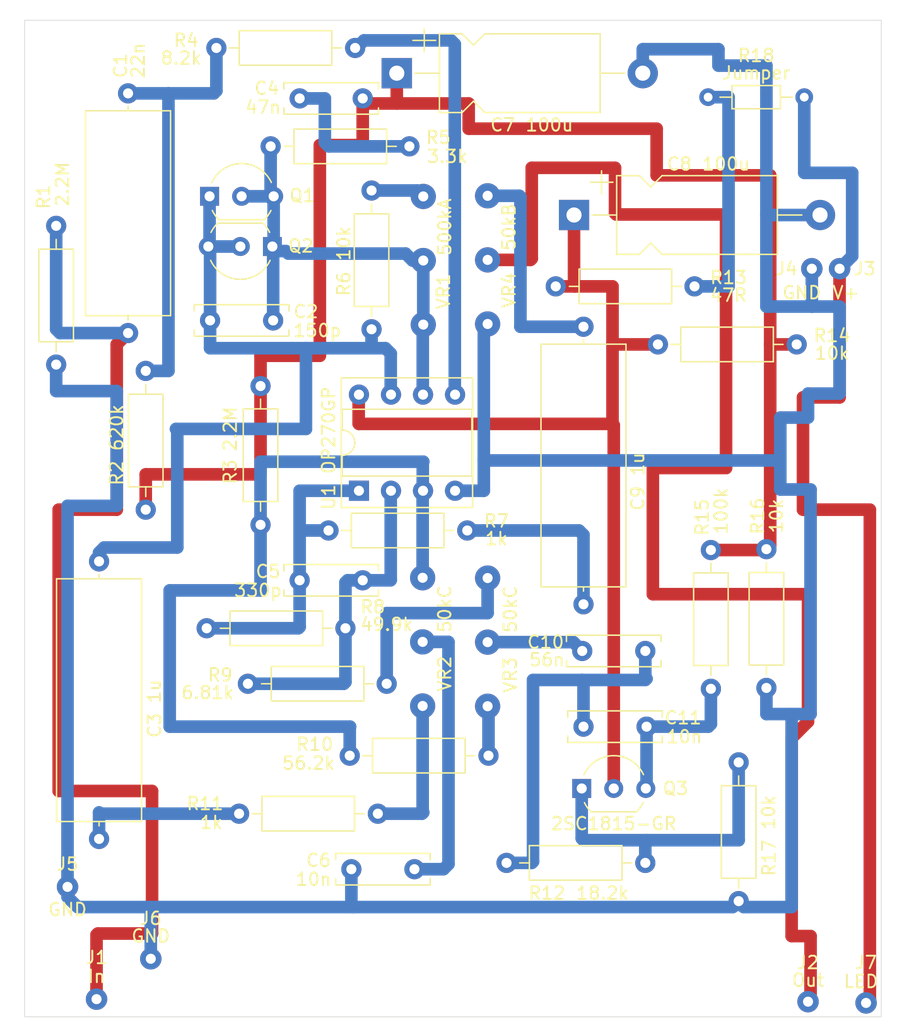
<source format=kicad_pcb>
(kicad_pcb (version 20221018) (generator pcbnew)
  (layers (0 "F.Cu" signal) (31 "B.Cu" signal) (34 "B.Paste" user) (35 "F.Paste" user) (36 "B.SilkS" user "B.Silkscreen") (37 "F.SilkS" user "F.Silkscreen") (38 "B.Mask" user) (39 "F.Mask" user) (44 "Edge.Cuts" user))
  (net 0 "")
  (net 1 "Net-(C1-Pad1)")
  (net 2 "Net-(J1-Pin_1)")
  (net 3 "Net-(Q1-D)")
  (net 4 "Net-(C5-Pad2)")
  (net 5 "+4.5V")
  (net 6 "GND")
  (net 7 "Net-(J3-Pin_1)")
  (net 8 "Net-(C10-Pad1)")
  (net 9 "Net-(Q3-B)")
  (net 10 "Net-(U1A--)")
  (net 11 "+9V")
  (net 12 "Net-(Q3-E)")
  (net 13 "Net-(R9-Pad1)")
  (net 14 "Net-(R10-Pad2)")
  (net 15 "Net-(C9-Pad1)")
  (net 16 "Net-(C9-Pad2)")
  (net 17 "Net-(R13-Pad1)")
  (net 18 "Net-(U1A-+)")
  (net 19 "Net-(Q1-S)")
  (net 20 "Net-(U1B-+)")
  (net 21 "Net-(R6-Pad2)")
  (net 22 "Net-(C4-Pad2)")
  (net 23 "Net-(C10-Pad2)")
  (net 24 "Net-(J2-Pin_1)")
  (net 25 "Net-(C3-Pad1)")
  (net 26 "Net-(C6-Pad2)")
  (net 27 "Net-(R11-Pad2)")
  (footprint "myFoot:my_R_P11mm" (layer "F.Cu") (at 25 13.93 90)
    (fp_text reference "R16" (at 13.63 -0.7 90) (layer "F.SilkS"))
    (fp_text value "10k" (at 13.63 0.8 90) (layer "F.SilkS"))
    (pad "1" thru_hole circle (at 0 0 90) (size 1.6 1.6) (drill 0.8) (layers "*.Cu" "*.Mask") (net 6 "GND"))
    (pad "2" thru_hole oval (at 11 0 90) (size 1.6 1.6) (drill 0.8) (layers "*.Cu" "*.Mask") (net 5 "+4.5V"))
  )
  (footprint "myFoot:my_R_P11mm" (layer "F.Cu") (at -31.3 -11.7 90)
    (fp_text reference "R1" (at 13.3 -1 90) (layer "F.SilkS"))
    (fp_text value "2.2M" (at 14.3 0.5 90) (layer "F.SilkS"))
    (pad "1" thru_hole circle (at 0 0 90) (size 1.6 1.6) (drill 0.8) (layers "*.Cu" "*.Mask") (net 6 "GND"))
    (pad "2" thru_hole oval (at 11 0 90) (size 1.6 1.6) (drill 0.8) (layers "*.Cu" "*.Mask") (net 2 "Net-(J1-Pin_1)"))
  )
  (footprint "myFoot:my_SmallPad_0-8mmDrill" (layer "F.Cu") (at -28.1 38.6)
    (fp_text reference "J1" (at 0 -3.3) (layer "F.SilkS"))
    (fp_text value "In" (at 0 -1.8) (layer "F.SilkS"))
    (pad "1" thru_hole circle (at 0 0) (size 1.7 1.7) (drill 0.8) (layers "*.Cu" "*.Mask") (net 2 "Net-(J1-Pin_1)"))
  )
  (footprint "myFoot:my_C_P19mm" (layer "F.Cu") (at 10.5 -14.7 -90)
    (fp_text reference "C9" (at 13.6 -4.3 90) (layer "F.SilkS"))
    (fp_text value "1u" (at 10.9 -4.3 90) (layer "F.SilkS"))
    (pad "1" thru_hole circle (at 0 0 270) (size 1.6 1.6) (drill 0.8) (layers "*.Cu" "*.Mask") (net 15 "Net-(C9-Pad1)"))
    (pad "2" thru_hole oval (at 22 0 270) (size 1.6 1.6) (drill 0.8) (layers "*.Cu" "*.Mask") (net 16 "Net-(C9-Pad2)"))
  )
  (footprint "myFoot:my_C_Rect1_P5.00mm" (layer "F.Cu") (at -14.1 -15.2 180)
    (fp_text reference "C2" (at -2.6 0.7 unlocked) (layer "F.SilkS"))
    (fp_text value "150p" (at -3.5 -0.8 unlocked) (layer "F.SilkS"))
    (pad "1" thru_hole circle (at 0 0 180) (size 1.6 1.6) (drill 0.8) (layers "*.Cu" "*.Mask") (net 3 "Net-(Q1-D)"))
    (pad "2" thru_hole circle (at 5 0 180) (size 1.6 1.6) (drill 0.8) (layers "*.Cu" "*.Mask") (net 19 "Net-(Q1-S)"))
  )
  (footprint "myFoot:my_R_P11mm" (layer "F.Cu") (at -5.1 13.6 180)
    (fp_text reference "R9" (at 13.2 0.7) (layer "F.SilkS"))
    (fp_text value "6.81k" (at 14.2 -0.7) (layer "F.SilkS"))
    (pad "1" thru_hole circle (at 0 0 180) (size 1.6 1.6) (drill 0.8) (layers "*.Cu" "*.Mask") (net 13 "Net-(R9-Pad1)"))
    (pad "2" thru_hole oval (at 11 0 180) (size 1.6 1.6) (drill 0.8) (layers "*.Cu" "*.Mask") (net 10 "Net-(U1A--)"))
  )
  (footprint "myFoot:my_C_Rect1_P5.00mm" (layer "F.Cu") (at -7 -32.8 180)
    (fp_text reference "C4" (at 7.6 0.8 unlocked) (layer "F.SilkS"))
    (fp_text value "47n" (at 7.9 -0.7 unlocked) (layer "F.SilkS"))
    (pad "1" thru_hole circle (at 0 0 180) (size 1.6 1.6) (drill 0.8) (layers "*.Cu" "*.Mask") (net 5 "+4.5V"))
    (pad "2" thru_hole circle (at 5 0 180) (size 1.6 1.6) (drill 0.8) (layers "*.Cu" "*.Mask") (net 22 "Net-(C4-Pad2)"))
  )
  (footprint "myFoot:my_pot" (layer "F.Cu") (at -2.2 -19.95 -90)
    (fp_text reference "VR1" (at 2.45 -1.6 -270 unlocked) (layer "F.SilkS"))
    (fp_text value "500kA" (at -2.65 -1.7 -270 unlocked) (layer "F.SilkS"))
    (pad "1" thru_hole circle (at -5.08 0 270) (size 1.99898 1.99898) (drill 0.8001) (layers "*.Cu" "*.Mask") (net 21 "Net-(R6-Pad2)"))
    (pad "2" thru_hole circle (at 0 0 270) (size 1.99898 1.99898) (drill 0.8001) (layers "*.Cu" "*.Mask") (net 3 "Net-(Q1-D)"))
    (pad "3" thru_hole circle (at 5.08 0 270) (size 1.99898 1.99898) (drill 0.8001) (layers "*.Cu" "*.Mask") (net 3 "Net-(Q1-D)"))
  )
  (footprint "myFoot:my_C_Rect1_P5.00mm" (layer "F.Cu") (at 15.5 17 180)
    (fp_text reference "C11" (at -2.9 0.7) (layer "F.SilkS"))
    (fp_text value "10n" (at -3 -0.8) (layer "F.SilkS"))
    (pad "1" thru_hole circle (at 0 0 180) (size 1.6 1.6) (drill 0.8) (layers "*.Cu" "*.Mask") (net 9 "Net-(Q3-B)"))
    (pad "2" thru_hole circle (at 5 0 180) (size 1.6 1.6) (drill 0.8) (layers "*.Cu" "*.Mask") (net 8 "Net-(C10-Pad1)"))
  )
  (footprint "myFoot:my_SmallPad_0-8mmDrill" (layer "F.Cu") (at 28.3 38.8)
    (fp_text reference "J2" (at 0 -3.1) (layer "F.SilkS"))
    (fp_text value "Out" (at 0 -1.7) (layer "F.SilkS"))
    (pad "1" thru_hole circle (at 0 0) (size 1.7 1.7) (drill 0.8) (layers "*.Cu" "*.Mask") (net 24 "Net-(J2-Pin_1)"))
  )
  (footprint "myFoot:my_R_P11mm" (layer "F.Cu") (at -8.37 9.2 180)
    (fp_text reference "R8" (at -2.17 1.7) (layer "F.SilkS"))
    (fp_text value "49.9k" (at -3.27 0.3) (layer "F.SilkS"))
    (pad "1" thru_hole circle (at 0 0 180) (size 1.6 1.6) (drill 0.8) (layers "*.Cu" "*.Mask") (net 10 "Net-(U1A--)"))
    (pad "2" thru_hole oval (at 11 0 180) (size 1.6 1.6) (drill 0.8) (layers "*.Cu" "*.Mask") (net 4 "Net-(C5-Pad2)"))
  )
  (footprint "myFoot:my_R_P11mm" (layer "F.Cu") (at 19.3 -17.9 180)
    (fp_text reference "R13" (at -2.7 0.7) (layer "F.SilkS"))
    (fp_text value "47R" (at -2.7 -0.7) (layer "F.SilkS"))
    (pad "1" thru_hole circle (at 0 0 180) (size 1.6 1.6) (drill 0.8) (layers "*.Cu" "*.Mask") (net 17 "Net-(R13-Pad1)"))
    (pad "2" thru_hole oval (at 11 0 180) (size 1.6 1.6) (drill 0.8) (layers "*.Cu" "*.Mask") (net 11 "+9V"))
  )
  (footprint "myFoot:my_R_P11mm" (layer "F.Cu") (at 16.4 -13.3)
    (fp_text reference "R14" (at 13.8 -0.7) (layer "F.SilkS"))
    (fp_text value "10k" (at 13.8 0.7) (layer "F.SilkS"))
    (pad "1" thru_hole circle (at 0 0) (size 1.6 1.6) (drill 0.8) (layers "*.Cu" "*.Mask") (net 11 "+9V"))
    (pad "2" thru_hole oval (at 11 0) (size 1.6 1.6) (drill 0.8) (layers "*.Cu" "*.Mask") (net 5 "+4.5V"))
  )
  (footprint "myFoot:my_C_P19mm" (layer "F.Cu") (at -25.6 -33.2 -90)
    (fp_text reference "C1" (at -2.2 0.6 90) (layer "F.SilkS"))
    (fp_text value "22n" (at -2.6 -0.8 90) (layer "F.SilkS"))
    (pad "1" thru_hole circle (at 0 0 270) (size 1.6 1.6) (drill 0.8) (layers "*.Cu" "*.Mask") (net 1 "Net-(C1-Pad1)"))
    (pad "2" thru_hole oval (at 19 0 270) (size 1.6 1.6) (drill 0.8) (layers "*.Cu" "*.Mask") (net 2 "Net-(J1-Pin_1)"))
  )
  (footprint "Package_TO_SOT_THT:TO-92_Inline_Wide" (layer "F.Cu") (at -14.16 -21.06 180)
    (fp_text reference "Q2" (at -2.26 0.04) (layer "F.SilkS"))
    (fp_text value "2N7000" hide)
    (pad "1" thru_hole rect (at 0 0 180) (size 1.5 1.5) (drill 0.8) (layers "*.Cu" "*.Mask") (net 3 "Net-(Q1-D)"))
    (pad "2" thru_hole circle (at 2.54 0 180) (size 1.5 1.5) (drill 0.8) (layers "*.Cu" "*.Mask") (net 19 "Net-(Q1-S)"))
    (pad "3" thru_hole circle (at 5.08 0 180) (size 1.5 1.5) (drill 0.8) (layers "*.Cu" "*.Mask") (net 19 "Net-(Q1-S)"))
  )
  (footprint "Capacitor_THT:CP_Axial_L11.0mm_D6.0mm_P18.00mm_Horizontal" (layer "F.Cu") (at -4.3 -34.8)
    (fp_text reference "C7" (at 8.4 4.1) (layer "F.SilkS"))
    (fp_text value "100u" (at 12.1 4.1) (layer "F.SilkS"))
    (pad "1" thru_hole rect (at 0 0) (size 2.4 2.4) (drill 1.2) (layers "*.Cu" "*.Mask") (net 5 "+4.5V"))
    (pad "2" thru_hole oval (at 19.5 0) (size 2.4 2.4) (drill 1.2) (layers "*.Cu" "*.Mask") (net 6 "GND"))
  )
  (footprint "myFoot:my_SmallPad_0-8mmDrill" (layer "F.Cu") (at 30.8 -19.3)
    (fp_text reference "J3" (at 2 0) (layer "F.SilkS"))
    (fp_text value "V+" (at 0.5 1.9) (layer "F.SilkS"))
    (pad "1" thru_hole circle (at 0 0) (size 1.7 1.7) (drill 0.8) (layers "*.Cu" "*.Mask") (net 7 "Net-(J3-Pin_1)"))
  )
  (footprint "myFoot:my_R_P11mm" (layer "F.Cu") (at -24.2 -0.2 90)
    (fp_text reference "R2" (at 2.9 -2.3 90) (layer "F.SilkS"))
    (fp_text value "620k" (at 6.5 -2.3 90) (layer "F.SilkS"))
    (pad "1" thru_hole circle (at 0 0 90) (size 1.6 1.6) (drill 0.8) (layers "*.Cu" "*.Mask") (net 5 "+4.5V"))
    (pad "2" thru_hole oval (at 11 0 90) (size 1.6 1.6) (drill 0.8) (layers "*.Cu" "*.Mask") (net 1 "Net-(C1-Pad1)"))
  )
  (footprint "Package_DIP:DIP-8_W7.62mm_Socket" (layer "F.Cu") (at -7.3 -1.7 90)
    (fp_text reference "U1" (at -0.5 -2.4 90) (layer "F.SilkS"))
    (fp_text value "OP270GP" (at 4.8 -2.4 90) (layer "F.SilkS"))
    (pad "1" thru_hole rect (at 0 0 90) (size 1.6 1.6) (drill 0.8) (layers "*.Cu" "*.Mask") (net 4 "Net-(C5-Pad2)"))
    (pad "2" thru_hole oval (at 0 2.54 90) (size 1.6 1.6) (drill 0.8) (layers "*.Cu" "*.Mask") (net 10 "Net-(U1A--)"))
    (pad "3" thru_hole oval (at 0 5.08 90) (size 1.6 1.6) (drill 0.8) (layers "*.Cu" "*.Mask") (net 18 "Net-(U1A-+)"))
    (pad "4" thru_hole oval (at 0 7.62 90) (size 1.6 1.6) (drill 0.8) (layers "*.Cu" "*.Mask") (net 6 "GND"))
    (pad "5" thru_hole oval (at 7.62 7.62 90) (size 1.6 1.6) (drill 0.8) (layers "*.Cu" "*.Mask") (net 20 "Net-(U1B-+)"))
    (pad "6" thru_hole oval (at 7.62 5.08 90) (size 1.6 1.6) (drill 0.8) (layers "*.Cu" "*.Mask") (net 3 "Net-(Q1-D)"))
    (pad "7" thru_hole oval (at 7.62 2.54 90) (size 1.6 1.6) (drill 0.8) (layers "*.Cu" "*.Mask") (net 19 "Net-(Q1-S)"))
    (pad "8" thru_hole oval (at 7.62 0 90) (size 1.6 1.6) (drill 0.8) (layers "*.Cu" "*.Mask") (net 11 "+9V"))
  )
  (footprint "myFoot:my_pot" (layer "F.Cu") (at -2.25 10.28 -90)
    (fp_text reference "VR2" (at 2.52 -1.75 -270 unlocked) (layer "F.SilkS"))
    (fp_text value "50kC" (at -2.6 -1.75 -270 unlocked) (layer "F.SilkS"))
    (pad "1" thru_hole circle (at -5.08 0 270) (size 1.99898 1.99898) (drill 0.8001) (layers "*.Cu" "*.Mask") (net 18 "Net-(U1A-+)"))
    (pad "2" thru_hole circle (at 0 0 270) (size 1.99898 1.99898) (drill 0.8001) (layers "*.Cu" "*.Mask") (net 26 "Net-(C6-Pad2)"))
    (pad "3" thru_hole circle (at 5.08 0 270) (size 1.99898 1.99898) (drill 0.8001) (layers "*.Cu" "*.Mask") (net 27 "Net-(R11-Pad2)"))
  )
  (footprint "Package_TO_SOT_THT:TO-92_Inline_Wide" (layer "F.Cu") (at 10.36 21.9)
    (fp_text reference "Q3" (at 7.44 0) (layer "F.SilkS"))
    (fp_text value "2SC1815-GR" (at 2.54 2.79) (layer "F.SilkS"))
    (pad "1" thru_hole rect (at 0 0) (size 1.5 1.5) (drill 0.8) (layers "*.Cu" "*.Mask") (net 12 "Net-(Q3-E)"))
    (pad "2" thru_hole circle (at 2.54 0) (size 1.5 1.5) (drill 0.8) (layers "*.Cu" "*.Mask") (net 11 "+9V"))
    (pad "3" thru_hole circle (at 5.08 0) (size 1.5 1.5) (drill 0.8) (layers "*.Cu" "*.Mask") (net 9 "Net-(Q3-B)"))
  )
  (footprint "myFoot:my_R_P11mm" (layer "F.Cu") (at 22.8 30.83 90)
    (fp_text reference "R17" (at 3.43 2.4 90) (layer "F.SilkS"))
    (fp_text value "10k" (at 7.03 2.37 90) (layer "F.SilkS"))
    (pad "1" thru_hole circle (at 0 0 90) (size 1.6 1.6) (drill 0.8) (layers "*.Cu" "*.Mask") (net 6 "GND"))
    (pad "2" thru_hole oval (at 11 0 90) (size 1.6 1.6) (drill 0.8) (layers "*.Cu" "*.Mask") (net 12 "Net-(Q3-E)"))
  )
  (footprint "myFoot:my_R_P11mm" (layer "F.Cu") (at -8.03 19.3)
    (fp_text reference "R10" (at -2.77 -0.9) (layer "F.SilkS"))
    (fp_text value "56.2k" (at -3.27 0.6) (layer "F.SilkS"))
    (pad "1" thru_hole circle (at 0 0) (size 1.6 1.6) (drill 0.8) (layers "*.Cu" "*.Mask") (net 18 "Net-(U1A-+)"))
    (pad "2" thru_hole oval (at 11 0) (size 1.6 1.6) (drill 0.8) (layers "*.Cu" "*.Mask") (net 14 "Net-(R10-Pad2)"))
  )
  (footprint "Package_TO_SOT_THT:TO-92_Inline_Wide" (layer "F.Cu") (at -19.14 -25.04)
    (fp_text reference "Q1" (at 7.34 -0.06) (layer "F.SilkS"))
    (fp_text value "2N7000" hide)
    (pad "1" thru_hole rect (at 0 0) (size 1.5 1.5) (drill 0.8) (layers "*.Cu" "*.Mask") (net 19 "Net-(Q1-S)"))
    (pad "2" thru_hole circle (at 2.54 0) (size 1.5 1.5) (drill 0.8) (layers "*.Cu" "*.Mask") (net 3 "Net-(Q1-D)"))
    (pad "3" thru_hole circle (at 5.08 0) (size 1.5 1.5) (drill 0.8) (layers "*.Cu" "*.Mask") (net 3 "Net-(Q1-D)"))
  )
  (footprint "myFoot:my_R_P11mm" (layer "F.Cu") (at -15.1 -10 -90)
    (fp_text reference "R3" (at 6.8 2.4 90) (layer "F.SilkS"))
    (fp_text value "2.2M" (at 3.4 2.4 90) (layer "F.SilkS"))
    (pad "1" thru_hole circle (at 0 0 270) (size 1.6 1.6) (drill 0.8) (layers "*.Cu" "*.Mask") (net 5 "+4.5V"))
    (pad "2" thru_hole oval (at 11 0 270) (size 1.6 1.6) (drill 0.8) (layers "*.Cu" "*.Mask") (net 18 "Net-(U1A-+)"))
  )
  (footprint "myFoot:my_C_Rect1_P5.00mm" (layer "F.Cu") (at -7.9 28.3)
    (fp_text reference "C6" (at -2.6 -0.7) (layer "F.SilkS"))
    (fp_text value "10n" (at -3 0.8) (layer "F.SilkS"))
    (pad "1" thru_hole circle (at 0 0) (size 1.6 1.6) (drill 0.8) (layers "*.Cu" "*.Mask") (net 6 "GND"))
    (pad "2" thru_hole circle (at 5 0) (size 1.6 1.6) (drill 0.8) (layers "*.Cu" "*.Mask") (net 26 "Net-(C6-Pad2)"))
  )
  (footprint "Resistor_THT:R_Axial_DIN0204_L3.6mm_D1.6mm_P7.62mm_Horizontal" (layer "F.Cu") (at 28 -32.9 180)
    (fp_text reference "R18" (at 3.81 3.3) (layer "F.SilkS"))
    (fp_text value "Jumper" (at 3.81 1.92) (layer "F.SilkS"))
    (pad "1" thru_hole circle (at 0 0 180) (size 1.4 1.4) (drill 0.7) (layers "*.Cu" "*.Mask") (net 7 "Net-(J3-Pin_1)"))
    (pad "2" thru_hole oval (at 7.62 0 180) (size 1.4 1.4) (drill 0.7) (layers "*.Cu" "*.Mask") (net 17 "Net-(R13-Pad1)"))
  )
  (footprint "Capacitor_THT:CP_Axial_L11.0mm_D6.0mm_P18.00mm_Horizontal" (layer "F.Cu") (at 9.75 -23.5575)
    (fp_text reference "C8" (at 8.35 -4.0425) (layer "F.SilkS"))
    (fp_text value "100u" (at 12.05 -4.0425) (layer "F.SilkS"))
    (pad "1" thru_hole rect (at 0 0) (size 2.4 2.4) (drill 1.2) (layers "*.Cu" "*.Mask") (net 11 "+9V"))
    (pad "2" thru_hole oval (at 19.5 0) (size 2.4 2.4) (drill 1.2) (layers "*.Cu" "*.Mask") (net 6 "GND"))
  )
  (footprint "myFoot:my_R_P11mm" (layer "F.Cu") (at -6.3 -14.5 90)
    (fp_text reference "R6" (at 3.6 -2.2 90) (layer "F.SilkS"))
    (fp_text value "10k" (at 6.8 -2.2 90) (layer "F.SilkS"))
    (pad "1" thru_hole circle (at 0 0 90) (size 1.6 1.6) (drill 0.8) (layers "*.Cu" "*.Mask") (net 19 "Net-(Q1-S)"))
    (pad "2" thru_hole oval (at 11 0 90) (size 1.6 1.6) (drill 0.8) (layers "*.Cu" "*.Mask") (net 21 "Net-(R6-Pad2)"))
  )
  (footprint "myFoot:my_R_P11mm" (layer "F.Cu") (at 4.4 27.8)
    (fp_text reference "R12" (at 3.2 2.4) (layer "F.SilkS"))
    (fp_text value "18.2k" (at 7.6 2.4) (layer "F.SilkS"))
    (pad "1" thru_hole circle (at 0 0) (size 1.6 1.6) (drill 0.8) (layers "*.Cu" "*.Mask") (net 8 "Net-(C10-Pad1)"))
    (pad "2" thru_hole oval (at 11 0) (size 1.6 1.6) (drill 0.8) (layers "*.Cu" "*.Mask") (net 12 "Net-(Q3-E)"))
  )
  (footprint "myFoot:my_C_Rect1_P5.00mm" (layer "F.Cu") (at -7 5.4 180)
    (fp_text reference "C5" (at 7.5 0.7 unlocked) (layer "F.SilkS"))
    (fp_text value "330p" (at 8.3 -0.8 unlocked) (layer "F.SilkS"))
    (pad "1" thru_hole circle (at 0 0 180) (size 1.6 1.6) (drill 0.8) (layers "*.Cu" "*.Mask") (net 10 "Net-(U1A--)"))
    (pad "2" thru_hole circle (at 5 0 180) (size 1.6 1.6) (drill 0.8) (layers "*.Cu" "*.Mask") (net 4 "Net-(C5-Pad2)"))
  )
  (footprint "myFoot:my_pot" (layer "F.Cu") (at 2.9 -20 90)
    (fp_text reference "VR4" (at -2.4 1.7 90) (layer "F.SilkS"))
    (fp_text value "50kB" (at 2.6 1.7 90) (layer "F.SilkS"))
    (pad "1" thru_hole circle (at -5.08 0 90) (size 1.99898 1.99898) (drill 0.8001) (layers "*.Cu" "*.Mask") (net 6 "GND"))
    (pad "2" thru_hole circle (at 0 0 90) (size 1.99898 1.99898) (drill 0.8001) (layers "*.Cu" "*.Mask") (net 24 "Net-(J2-Pin_1)"))
    (pad "3" thru_hole circle (at 5.08 0 90) (size 1.99898 1.99898) (drill 0.8001) (layers "*.Cu" "*.Mask") (net 15 "Net-(C9-Pad1)"))
  )
  (footprint "myFoot:my_R_P11mm" (layer "F.Cu") (at -9.7125 1.45)
    (fp_text reference "R7" (at 13.3125 -0.75) (layer "F.SilkS"))
    (fp_text value "1k" (at 13.3125 0.65) (layer "F.SilkS"))
    (pad "1" thru_hole circle (at 0 0) (size 1.6 1.6) (drill 0.8) (layers "*.Cu" "*.Mask") (net 4 "Net-(C5-Pad2)"))
    (pad "2" thru_hole oval (at 11 0) (size 1.6 1.6) (drill 0.8) (layers "*.Cu" "*.Mask") (net 16 "Net-(C9-Pad2)"))
  )
  (footprint "myFoot:my_pot" (layer "F.Cu") (at 2.9 10.3 90)
    (fp_text reference "VR3" (at -2.6 1.8 90) (layer "F.SilkS"))
    (fp_text value "50kC" (at 2.6 1.8 90) (layer "F.SilkS"))
    (pad "1" thru_hole circle (at -5.08 0 90) (size 1.99898 1.99898) (drill 0.8001) (layers "*.Cu" "*.Mask") (net 14 "Net-(R10-Pad2)"))
    (pad "2" thru_hole circle (at 0 0 90) (size 1.99898 1.99898) (drill 0.8001) (layers "*.Cu" "*.Mask") (net 23 "Net-(C10-Pad2)"))
    (pad "3" thru_hole circle (at 5.08 0 90) (size 1.99898 1.99898) (drill 0.8001) (layers "*.Cu" "*.Mask") (net 13 "Net-(R9-Pad1)"))
  )
  (footprint "myFoot:my_SmallPad_0-8mmDrill" (layer "F.Cu") (at -23.8 35.4)
    (fp_text reference "J6" (at 0 -3.2) (layer "F.SilkS"))
    (fp_text value "GND" (at 0 -1.8) (layer "F.SilkS"))
    (pad "1" thru_hole circle (at 0 0) (size 1.7 1.7) (drill 0.8) (layers "*.Cu" "*.Mask") (net 6 "GND"))
  )
  (footprint "myFoot:my_R_P11mm" (layer "F.Cu") (at -3.3 -29 180)
    (fp_text reference "R5" (at -2.3 0.7) (layer "F.SilkS"))
    (fp_text value "3.3k" (at -3 -0.8) (layer "F.SilkS"))
    (pad "1" thru_hole circle (at 0 0 180) (size 1.6 1.6) (drill 0.8) (layers "*.Cu" "*.Mask") (net 22 "Net-(C4-Pad2)"))
    (pad "2" thru_hole oval (at 11 0 180) (size 1.6 1.6) (drill 0.8) (layers "*.Cu" "*.Mask") (net 3 "Net-(Q1-D)"))
  )
  (footprint "myFoot:my_R_P11mm" (layer "F.Cu") (at -18.6 -36.8)
    (fp_text reference "R4" (at -2.4 -0.6) (layer "F.SilkS"))
    (fp_text value "8.2k" (at -2.8 0.8) (layer "F.SilkS"))
    (pad "1" thru_hole circle (at 0 0) (size 1.6 1.6) (drill 0.8) (layers "*.Cu" "*.Mask") (net 1 "Net-(C1-Pad1)"))
    (pad "2" thru_hole oval (at 11 0) (size 1.6 1.6) (drill 0.8) (layers "*.Cu" "*.Mask") (net 20 "Net-(U1B-+)"))
  )
  (footprint "myFoot:my_SmallPad_0-8mmDrill" (layer "F.Cu") (at 32.9 38.9)
    (fp_text reference "J7" (at 0 -3.2) (layer "F.SilkS"))
    (fp_text value "LED" (at -0.4 -1.7) (layer "F.SilkS"))
    (pad "1" thru_hole circle (at 0 0) (size 1.7 1.7) (drill 0.8) (layers "*.Cu" "*.Mask") (net 7 "Net-(J3-Pin_1)"))
  )
  (footprint "myFoot:my_C_Rect1_P5.00mm" (layer "F.Cu") (at 15.4 11 180)
    (fp_text reference "C10" (at 7.9 0.7) (layer "F.SilkS"))
    (fp_text value "56n" (at 7.8 -0.7) (layer "F.SilkS"))
    (pad "1" thru_hole circle (at 0 0 180) (size 1.6 1.6) (drill 0.8) (layers "*.Cu" "*.Mask") (net 8 "Net-(C10-Pad1)"))
    (pad "2" thru_hole circle (at 5 0 180) (size 1.6 1.6) (drill 0.8) (layers "*.Cu" "*.Mask") (net 23 "Net-(C10-Pad2)"))
  )
  (footprint "myFoot:my_R_P11mm" (layer "F.Cu") (at 20.6 3 -90)
    (fp_text reference "R15" (at -2.6 0.7 90) (layer "F.SilkS"))
    (fp_text value "100k" (at -3.1 -0.8 90) (layer "F.SilkS"))
    (pad "1" thru_hole circle (at 0 0 270) (size 1.6 1.6) (drill 0.8) (layers "*.Cu" "*.Mask") (net 5 "+4.5V"))
    (pad "2" thru_hole oval (at 11 0 270) (size 1.6 1.6) (drill 0.8) (layers "*.Cu" "*.Mask") (net 9 "Net-(Q3-B)"))
  )
  (footprint "myFoot:my_SmallPad_0-8mmDrill" (layer "F.Cu") (at -30.4 29.7)
    (fp_text reference "J5" (at 0 -1.8) (layer "F.SilkS"))
    (fp_text value "GND" (at 0 1.8) (layer "F.SilkS"))
    (pad "1" thru_hole circle (at 0 0) (size 1.7 1.7) (drill 0.8) (layers "*.Cu" "*.Mask") (net 6 "GND"))
  )
  (footprint "myFoot:my_C_P19mm" (layer "F.Cu") (at -27.9 25.9 90)
    (fp_text reference "C3" (at 9 4.4 90) (layer "F.SilkS"))
    (fp_text value "1u" (at 11.7 4.37 90) (layer "F.SilkS"))
    (pad "1" thru_hole circle (at 0 0 90) (size 1.6 1.6) (drill 0.8) (layers "*.Cu" "*.Mask") (net 25 "Net-(C3-Pad1)"))
    (pad "2" thru_hole oval (at 22 0 90) (size 1.6 1.6) (drill 0.8) (layers "*.Cu" "*.Mask") (net 19 "Net-(Q1-S)"))
  )
  (footprint "myFoot:my_R_P11mm" (layer "F.Cu") (at -16.8 23.9)
    (fp_text reference "R11" (at -2.7 -0.8) (layer "F.SilkS"))
    (fp_text value "1k" (at -2.2 0.7) (layer "F.SilkS"))
    (pad "1" thru_hole circle (at 0 0) (size 1.6 1.6) (drill 0.8) (layers "*.Cu" "*.Mask") (net 25 "Net-(C3-Pad1)"))
    (pad "2" thru_hole oval (at 11 0) (size 1.6 1.6) (drill 0.8) (layers "*.Cu" "*.Mask") (net 27 "Net-(R11-Pad2)"))
  )
  (footprint "myFoot:my_SmallPad_0-8mmDrill" (layer "F.Cu") (at 28.6 -19.3)
    (fp_text reference "J4" (at -2 0) (layer "F.SilkS"))
    (fp_text value "GND" (at -0.8 1.9) (layer "F.SilkS"))
    (pad "1" thru_hole circle (at 0 0) (size 1.7 1.7) (drill 0.8) (layers "*.Cu" "*.Mask") (net 6 "GND"))
  )
  (gr_rect (start -33.8 -39) (end 34.1 40) (stroke (width 0.05)) (fill none) (layer "Edge.Cuts"))
  (segment (start -18.6 -36.8) (end -18.6 -33.4) (width 1) (layer "B.Cu") (net 1))
  (segment (start -18.6 -33.4) (end -18.8 -33.2) (width 1) (layer "B.Cu") (net 1))
  (segment (start -22.4 -11.2) (end -22.4 -33.2) (width 1) (layer "B.Cu") (net 1))
  (segment (start -24.2 -11.2) (end -22.4 -11.2) (width 1) (layer "B.Cu") (net 1))
  (segment (start -22.4 -33.2) (end -25.6 -33.2) (width 1) (layer "B.Cu") (net 1))
  (segment (start -18.8 -33.2) (end -22.4 -33.2) (width 1) (layer "B.Cu") (net 1))
  (segment (start -23.7 22.1) (end -23.7 33.4) (width 1) (layer "F.Cu") (net 2))
  (segment (start -26.5 -13.3) (end -26.5 -0.2) (width 1) (layer "F.Cu") (net 2))
  (segment (start -31.1 -0.2) (end -31.1 22.1) (width 1) (layer "F.Cu") (net 2))
  (segment (start -28.1 33.5) (end -28.1 38.6) (width 1) (layer "F.Cu") (net 2))
  (segment (start -26.5 -0.2) (end -31.1 -0.2) (width 1) (layer "F.Cu") (net 2))
  (segment (start -28 33.4) (end -28.1 33.5) (width 1) (layer "F.Cu") (net 2))
  (segment (start -25.6 -14.2) (end -26.5 -13.3) (width 1) (layer "F.Cu") (net 2))
  (segment (start -31.1 22.1) (end -23.7 22.1) (width 1) (layer "F.Cu") (net 2))
  (segment (start -23.7 33.4) (end -28 33.4) (width 1) (layer "F.Cu") (net 2))
  (segment (start -31 -14.2) (end -25.6 -14.2) (width 1) (layer "B.Cu") (net 2))
  (segment (start -31.3 -14.5) (end -31 -14.2) (width 1) (layer "B.Cu") (net 2))
  (segment (start -31.3 -22.7) (end -31.3 -14.5) (width 1) (layer "B.Cu") (net 2))
  (segment (start -14.06 -25.04) (end -14.06 -21.16) (width 1) (layer "B.Cu") (net 3))
  (segment (start -2.24 -9.32) (end -2.24 -14.83) (width 1) (layer "B.Cu") (net 3))
  (segment (start -16.6 -25.04) (end -14.06 -25.04) (width 1) (layer "B.Cu") (net 3))
  (segment (start -2.2 -19.95) (end -2.2 -14.87) (width 1) (layer "B.Cu") (net 3))
  (segment (start -14.06 -21.16) (end -14.16 -21.06) (width 1) (layer "B.Cu") (net 3))
  (segment (start -14.3 -25.28) (end -14.06 -25.04) (width 1) (layer "B.Cu") (net 3))
  (segment (start -2.2 -19.95) (end -3.05 -19.95) (width 1) (layer "B.Cu") (net 3))
  (segment (start -3.6 -20.5) (end -12.9 -20.5) (width 1) (layer "B.Cu") (net 3))
  (segment (start -3.05 -19.95) (end -3.6 -20.5) (width 1) (layer "B.Cu") (net 3))
  (segment (start -14.1 -21) (end -14.16 -21.06) (width 1) (layer "B.Cu") (net 3))
  (segment (start -2.24 -14.83) (end -2.2 -14.87) (width 1) (layer "B.Cu") (net 3))
  (segment (start -14.1 -15.2) (end -14.1 -21) (width 1) (layer "B.Cu") (net 3))
  (segment (start -14.3 -29) (end -14.3 -25.28) (width 1) (layer "B.Cu") (net 3))
  (segment (start -12.9 -20.5) (end -13.1 -20.7) (width 1) (layer "B.Cu") (net 3))
  (segment (start -13.8 -20.7) (end -14.16 -21.06) (width 1) (layer "B.Cu") (net 3))
  (segment (start -13.1 -20.7) (end -13.8 -20.7) (width 1) (layer "B.Cu") (net 3))
  (segment (start -11.95 1.45) (end -12 1.5) (width 1) (layer "B.Cu") (net 4))
  (segment (start -12 1.5) (end -12 5.4) (width 1) (layer "B.Cu") (net 4))
  (segment (start -12.1 9.2) (end -19.37 9.2) (width 1) (layer "B.Cu") (net 4))
  (segment (start -7.32 -1.7) (end -12 -1.7) (width 1) (layer "B.Cu") (net 4))
  (segment (start -12 5.4) (end -12 9.1) (width 1) (layer "B.Cu") (net 4))
  (segment (start -9.7125 1.45) (end -11.95 1.45) (width 1) (layer "B.Cu") (net 4))
  (segment (start -12 -1.7) (end -12 1.5) (width 1) (layer "B.Cu") (net 4))
  (segment (start -12 9.1) (end -12.1 9.2) (width 1) (layer "B.Cu") (net 4))
  (segment (start -15.1 -10) (end -15.1 -12.4) (width 1) (layer "F.Cu") (net 5))
  (segment (start -6.6 -32.4) (end -7 -32.8) (width 1) (layer "F.Cu") (net 5))
  (segment (start -7 -29.1) (end -7 -32.8) (width 1) (layer "F.Cu") (net 5))
  (segment (start 25.3 -13.3) (end 25.3 2.63) (width 1) (layer "F.Cu") (net 5))
  (segment (start 16.3 -26.7) (end 25.3 -26.7) (width 1) (layer "F.Cu") (net 5))
  (segment (start -24.2 -0.2) (end -24.2 -3) (width 1) (layer "F.Cu") (net 5))
  (segment (start 25.3 2.63) (end 25 2.93) (width 1) (layer "F.Cu") (net 5))
  (segment (start 1.4 -30.4) (end 16.3 -30.4) (width 1) (layer "F.Cu") (net 5))
  (segment (start -4.3 -32.4) (end 1.4 -32.4) (width 1) (layer "F.Cu") (net 5))
  (segment (start 25.3 -26.7) (end 25.3 -13.3) (width 1) (layer "F.Cu") (net 5))
  (segment (start -15.1 -12.4) (end -10.4 -12.4) (width 1) (layer "F.Cu") (net 5))
  (segment (start -10.4 -29.1) (end -7 -29.1) (width 1) (layer "F.Cu") (net 5))
  (segment (start -4.3 -34.8) (end -4.3 -32.4) (width 1) (layer "F.Cu") (net 5))
  (segment (start -15.1 -3.1) (end -15.1 -10) (width 1) (layer "F.Cu") (net 5))
  (segment (start -10.4 -12.4) (end -10.4 -29.1) (width 1) (layer "F.Cu") (net 5))
  (segment (start 24.93 3) (end 25 2.93) (width 1) (layer "F.Cu") (net 5))
  (segment (start 20.6 3) (end 24.93 3) (width 1) (layer "F.Cu") (net 5))
  (segment (start 1.4 -32.4) (end 1.4 -30.4) (width 1) (layer "F.Cu") (net 5))
  (segment (start -15.2 -3) (end -15.1 -3.1) (width 1) (layer "F.Cu") (net 5))
  (segment (start 16.3 -30.4) (end 16.3 -26.7) (width 1) (layer "F.Cu") (net 5))
  (segment (start -4.3 -32.4) (end -6.6 -32.4) (width 1) (layer "F.Cu") (net 5))
  (segment (start -24.2 -3) (end -15.2 -3) (width 1) (layer "F.Cu") (net 5))
  (segment (start 27.4 -13.3) (end 25.3 -13.3) (width 1) (layer "F.Cu") (net 5))
  (segment (start -23.8 31.3) (end -7.8 31.3) (width 1) (layer "B.Cu") (net 6))
  (segment (start 25 -35.4) (end 21.2 -35.4) (width 1) (layer "B.Cu") (net 6))
  (segment (start 26.1 -1.8) (end 26.1 -4.1) (width 1) (layer "B.Cu") (net 6))
  (segment (start 22.8 30.83) (end 22.8 30.9) (width 1) (layer "B.Cu") (net 6))
  (segment (start 22.33 31.3) (end 22.8 30.83) (width 1) (layer "B.Cu") (net 6))
  (segment (start -7.9 31.2) (end -7.8 31.3) (width 1) (layer "B.Cu") (net 6))
  (segment (start 23.2 31.3) (end 27 31.3) (width 1) (layer "B.Cu") (net 6))
  (segment (start 28.6 -16.3) (end 28.6 -19.3) (width 1) (layer "B.Cu") (net 6))
  (segment (start 28.6 -16.3) (end 25 -16.3) (width 1) (layer "B.Cu") (net 6))
  (segment (start 2.6 -1.7) (end 0.3 -1.7) (width 1) (layer "B.Cu") (net 6))
  (segment (start 25 16) (end 25 13.93) (width 1) (layer "B.Cu") (net 6))
  (segment (start 26.1 -4.1) (end 2.6 -4.1) (width 1) (layer "B.Cu") (net 6))
  (segment (start -26.5 -9.6) (end -26.5 -0.5) (width 1) (layer "B.Cu") (net 6))
  (segment (start -31.3 -11.7) (end -31.3 -9.6) (width 1) (layer "B.Cu") (net 6))
  (segment (start 28.5 -1.8) (end 26.1 -1.8) (width 1) (layer "B.Cu") (net 6))
  (segment (start 2.6 -4.1) (end 2.6 -1.7) (width 1) (layer "B.Cu") (net 6))
  (segment (start 25 -23.6) (end 25 -35.4) (width 1) (layer "B.Cu") (net 6))
  (segment (start 2.6 -14.62) (end 2.9 -14.92) (width 1) (layer "B.Cu") (net 6))
  (segment (start -7.9 28.3) (end -7.9 31.2) (width 1) (layer "B.Cu") (net 6))
  (segment (start 28.5 16) (end 28.5 -1.8) (width 1) (layer "B.Cu") (net 6))
  (segment (start 30.8 -16.3) (end 28.6 -16.3) (width 1) (layer "B.Cu") (net 6))
  (segment (start -23.8 35.4) (end -23.8 31.3) (width 1) (layer "B.Cu") (net 6))
  (segment (start -26.5 -0.5) (end -30.4 -0.5) (width 1) (layer "B.Cu") (net 6))
  (segment (start 25 -16.3) (end 25 -23.6) (width 1) (layer "B.Cu") (net 6))
  (segment (start 26.1 -7.5) (end 28.3 -7.5) (width 1) (layer "B.Cu") (net 6))
  (segment (start 28.3 -7.5) (end 28.3 -9.4) (width 1) (layer "B.Cu") (net 6))
  (segment (start 15.2 -36.7) (end 15.2 -34.8) (width 1) (layer "B.Cu") (net 6))
  (segment (start -29.6 31.3) (end -23.8 31.3) (width 1) (layer "B.Cu") (net 6))
  (segment (start 27 16) (end 25 16) (width 1) (layer "B.Cu") (net 6))
  (segment (start -30.4 30.5) (end -29.6 31.3) (width 1) (layer "B.Cu") (net 6))
  (segment (start 21.2 -35.4) (end 21.2 -36.7) (width 1) (layer "B.Cu") (net 6))
  (segment (start 21.2 -36.7) (end 15.2 -36.7) (width 1) (layer "B.Cu") (net 6))
  (segment (start 22.8 30.9) (end 23.2 31.3) (width 1) (layer "B.Cu") (net 6))
  (segment (start 25.0425 -23.5575) (end 29.25 -23.5575) (width 1) (layer "B.Cu") (net 6))
  (segment (start 27 16) (end 28.5 16) (width 1) (layer "B.Cu") (net 6))
  (segment (start 2.6 -4.1) (end 2.6 -14.62) (width 1) (layer "B.Cu") (net 6))
  (segment (start 27 31.3) (end 27 16) (width 1) (layer "B.Cu") (net 6))
  (segment (start -7.8 31.3) (end 22.33 31.3) (width 1) (layer "B.Cu") (net 6))
  (segment (start 25 -23.6) (end 25.0425 -23.5575) (width 1) (layer "B.Cu") (net 6))
  (segment (start -30.4 29.7) (end -30.4 30.5) (width 1) (layer "B.Cu") (net 6))
  (segment (start 26.1 -4.1) (end 26.1 -7.5) (width 1) (layer "B.Cu") (net 6))
  (segment (start 28.3 -9.4) (end 30.8 -9.4) (width 1) (layer "B.Cu") (net 6))
  (segment (start 30.8 -9.4) (end 30.8 -16.3) (width 1) (layer "B.Cu") (net 6))
  (segment (start -31.3 -9.6) (end -26.5 -9.6) (width 1) (layer "B.Cu") (net 6))
  (segment (start -30.4 -0.5) (end -30.4 29.7) (width 1) (layer "B.Cu") (net 6))
  (segment (start 27.9 -9.1) (end 27.9 -0.2) (width 1) (layer "F.Cu") (net 7))
  (segment (start 30.8 -19.3) (end 30.8 -9.1) (width 1) (layer "F.Cu") (net 7))
  (segment (start 33.2 38.6) (end 32.9 38.9) (width 1) (layer "F.Cu") (net 7))
  (segment (start 33.2 -0.2) (end 33.2 38.6) (width 1) (layer "F.Cu") (net 7))
  (segment (start 30.8 -9.1) (end 27.9 -9.1) (width 1) (layer "F.Cu") (net 7))
  (segment (start 27.9 -0.2) (end 33.2 -0.2) (width 1) (layer "F.Cu") (net 7))
  (segment (start 28 -26.9) (end 31.8 -26.9) (width 1) (layer "B.Cu") (net 7))
  (segment (start 31.8 -20.3) (end 30.8 -19.3) (width 1) (layer "B.Cu") (net 7))
  (segment (start 31.8 -26.9) (end 31.8 -20.3) (width 1) (layer "B.Cu") (net 7))
  (segment (start 28 -32.9) (end 28 -26.9) (width 1) (layer "B.Cu") (net 7))
  (segment (start 6.4 27.8) (end 4.4 27.8) (width 1) (layer "B.Cu") (net 8))
  (segment (start 10.4 13.3) (end 6.5 13.3) (width 1) (layer "B.Cu") (net 8))
  (segment (start 15.4 13.1) (end 15.5 13.2) (width 1) (layer "B.Cu") (net 8))
  (segment (start 10.5 13.4) (end 10.4 13.3) (width 1) (layer "B.Cu") (net 8))
  (segment (start 6.5 13.3) (end 6.5 27.7) (width 1) (layer "B.Cu") (net 8))
  (segment (start 15.4 11) (end 15.4 13.1) (width 1) (layer "B.Cu") (net 8))
  (segment (start 6.5 27.7) (end 6.4 27.8) (width 1) (layer "B.Cu") (net 8))
  (segment (start 15.5 13.2) (end 15.4 13.3) (width 1) (layer "B.Cu") (net 8))
  (segment (start 15.4 13.3) (end 10.4 13.3) (width 1) (layer "B.Cu") (net 8))
  (segment (start 10.5 17) (end 10.5 13.4) (width 1) (layer "B.Cu") (net 8))
  (segment (start 15.5 17) (end 20.4 17) (width 1) (layer "B.Cu") (net 9))
  (segment (start 15.5 21.84) (end 15.44 21.9) (width 1) (layer "B.Cu") (net 9))
  (segment (start 15.5 17) (end 15.5 21.84) (width 1) (layer "B.Cu") (net 9))
  (segment (start 20.6 16.8) (end 20.6 14) (width 1) (layer "B.Cu") (net 9))
  (segment (start 20.4 17) (end 20.6 16.8) (width 1) (layer "B.Cu") (net 9))
  (segment (start -8.37 5.57) (end -8.37 9.2) (width 1) (layer "B.Cu") (net 10))
  (segment (start -7 5.4) (end -8.2 5.4) (width 1) (layer "B.Cu") (net 10))
  (segment (start -8.37 13.47) (end -8.37 9.2) (width 1) (layer "B.Cu") (net 10))
  (segment (start -8.5 13.6) (end -8.37 13.47) (width 1) (layer "B.Cu") (net 10))
  (segment (start -4.78 -1.7) (end -4.78 5.38) (width 1) (layer "B.Cu") (net 10))
  (segment (start -16.1 13.6) (end -8.5 13.6) (width 1) (layer "B.Cu") (net 10))
  (segment (start -8.2 5.4) (end -8.37 5.57) (width 1) (layer "B.Cu") (net 10))
  (segment (start -4.78 5.38) (end -4.8 5.4) (width 1) (layer "B.Cu") (net 10))
  (segment (start -4.8 5.4) (end -7 5.4) (width 1) (layer "B.Cu") (net 10))
  (segment (start 12.8 -17.9) (end 9.8 -17.9) (width 1) (layer "F.Cu") (net 11))
  (segment (start 9.75 -23.5575) (end 9.75 -17.95) (width 1) (layer "F.Cu") (net 11))
  (segment (start -7.32 -9.32) (end -7.32 -7.02) (width 1) (layer "F.Cu") (net 11))
  (segment (start 12.9 21.9) (end 12.9 -6.9) (width 1) (layer "F.Cu") (net 11))
  (segment (start -7.32 -7.02) (end -7.3 -7) (width 1) (layer "F.Cu") (net 11))
  (segment (start 16.4 -13.3) (end 12.9 -13.3) (width 1) (layer "F.Cu") (net 11))
  (segment (start 12.8 -7) (end 12.8 -13.4) (width 1) (layer "F.Cu") (net 11))
  (segment (start 12.9 -13.3) (end 12.8 -13.4) (width 1) (layer "F.Cu") (net 11))
  (segment (start 9.8 -17.9) (end 8.3 -17.9) (width 1) (layer "F.Cu") (net 11))
  (segment (start 12.8 -13.4) (end 12.8 -17.9) (width 1) (layer "F.Cu") (net 11))
  (segment (start 9.75 -17.95) (end 9.8 -17.9) (width 1) (layer "F.Cu") (net 11))
  (segment (start -7.3 -7) (end 12.8 -7) (width 1) (layer "F.Cu") (net 11))
  (segment (start 12.9 -6.9) (end 12.8 -7) (width 1) (layer "F.Cu") (net 11))
  (segment (start 22.8 26) (end 15.5 26) (width 1) (layer "B.Cu") (net 12))
  (segment (start 10.36 25.86) (end 10.36 21.9) (width 1) (layer "B.Cu") (net 12))
  (segment (start 15.4 27.8) (end 15.4 26.1) (width 1) (layer "B.Cu") (net 12))
  (segment (start 15.4 26.1) (end 15.5 26) (width 1) (layer "B.Cu") (net 12))
  (segment (start 15.5 26) (end 10.5 26) (width 1) (layer "B.Cu") (net 12))
  (segment (start 22.8 19.83) (end 22.8 26) (width 1) (layer "B.Cu") (net 12))
  (segment (start 10.5 26) (end 10.36 25.86) (width 1) (layer "B.Cu") (net 12))
  (segment (start 2.9 8) (end 2.9 5.22) (width 1) (layer "B.Cu") (net 13))
  (segment (start -5.1 8) (end 2.9 8) (width 1) (layer "B.Cu") (net 13))
  (segment (start -5.1 13.6) (end -5.1 8) (width 1) (layer "B.Cu") (net 13))
  (segment (start 2.97 15.45) (end 2.9 15.38) (width 1) (layer "B.Cu") (net 14))
  (segment (start 2.97 19.3) (end 2.97 15.45) (width 1) (layer "B.Cu") (net 14))
  (segment (start 5.5 -14.7) (end 5.5 -25) (width 1) (layer "B.Cu") (net 15))
  (segment (start 5.5 -25) (end 5.42 -25.08) (width 1) (layer "B.Cu") (net 15))
  (segment (start 10.5 -14.7) (end 5.5 -14.7) (width 1) (layer "B.Cu") (net 15))
  (segment (start 5.42 -25.08) (end 2.9 -25.08) (width 1) (layer "B.Cu") (net 15))
  (segment (start 1.2875 1.45) (end 10.15 1.45) (width 1) (layer "B.Cu") (net 16))
  (segment (start 10.5 1.8) (end 10.5 7.3) (width 1) (layer "B.Cu") (net 16))
  (segment (start 10.15 1.45) (end 10.5 1.8) (width 1) (layer "B.Cu") (net 16))
  (segment (start 20.38 -32.9) (end 22 -32.9) (width 1) (layer "B.Cu") (net 17))
  (segment (start 22 -32.9) (end 22 -17.9) (width 1) (layer "B.Cu") (net 17))
  (segment (start 22 -17.9) (end 19.3 -17.9) (width 1) (layer "B.Cu") (net 17))
  (segment (start -22.3 6.2) (end -22.3 17) (width 1) (layer "B.Cu") (net 18))
  (segment (start -2.24 -3.96) (end -2.2 -4) (width 1) (layer "B.Cu") (net 18))
  (segment (start -22.3 17) (end -8 17) (width 1) (layer "B.Cu") (net 18))
  (segment (start -15.1 6.2) (end -22.3 6.2) (width 1) (layer "B.Cu") (net 18))
  (segment (start -2.2 -4) (end -15.1 -4) (width 1) (layer "B.Cu") (net 18))
  (segment (start -15.1 1) (end -15.1 6.2) (width 1) (layer "B.Cu") (net 18))
  (segment (start -2.24 -1.7) (end -2.24 -3.96) (width 1) (layer "B.Cu") (net 18))
  (segment (start -2.25 -1.69) (end -2.24 -1.7) (width 1) (layer "B.Cu") (net 18))
  (segment (start -2.25 5.2) (end -2.25 -1.69) (width 1) (layer "B.Cu") (net 18))
  (segment (start -8 17) (end -8.03 17.03) (width 1) (layer "B.Cu") (net 18))
  (segment (start -8.03 17.03) (end -8.03 19.3) (width 1) (layer "B.Cu") (net 18))
  (segment (start -15.1 1) (end -15.1 -4) (width 1) (layer "B.Cu") (net 18))
  (segment (start -16.7 -21.06) (end -19.24 -21.06) (width 1) (layer "B.Cu") (net 19))
  (segment (start -19.1 -20.92) (end -19.24 -21.06) (width 1) (layer "B.Cu") (net 19))
  (segment (start -19.1 -15.2) (end -19.1 -13) (width 1) (layer "B.Cu") (net 19))
  (segment (start -19.14 -21.16) (end -19.24 -21.06) (width 1) (layer "B.Cu") (net 19))
  (segment (start -6.2 -13) (end -5.2 -13) (width 1) (layer "B.Cu") (net 19))
  (segment (start -11.5 -13) (end -6.2 -13) (width 1) (layer "B.Cu") (net 19))
  (segment (start -4.78 -12.58) (end -4.78 -9.32) (width 1) (layer "B.Cu") (net 19))
  (segment (start -21.7 2.8) (end -27.5 2.8) (width 1) (layer "B.Cu") (net 19))
  (segment (start -19.1 -15.2) (end -19.1 -20.92) (width 1) (layer "B.Cu") (net 19))
  (segment (start -21.7 -6.5) (end -21.7 2.8) (width 1) (layer "B.Cu") (net 19))
  (segment (start -21.8 -6.6) (end -21.7 -6.5) (width 1) (layer "B.Cu") (net 19))
  (segment (start -19.1 -13) (end -11.5 -13) (width 1) (layer "B.Cu") (net 19))
  (segment (start -6.3 -13.1) (end -6.2 -13) (width 1) (layer "B.Cu") (net 19))
  (segment (start -19.14 -25.04) (end -19.14 -21.16) (width 1) (layer "B.Cu") (net 19))
  (segment (start -27.9 3.2) (end -27.5 2.8) (width 1) (layer "B.Cu") (net 19))
  (segment (start -6.3 -14.5) (end -6.3 -13.1) (width 1) (layer "B.Cu") (net 19))
  (segment (start -11.5 -6.6) (end -21.8 -6.6) (width 1) (layer "B.Cu") (net 19))
  (segment (start -5.2 -13) (end -4.78 -12.58) (width 1) (layer "B.Cu") (net 19))
  (segment (start -11.5 -13) (end -11.5 -6.6) (width 1) (layer "B.Cu") (net 19))
  (segment (start -27.9 3.9) (end -27.9 3.2) (width 1) (layer "B.Cu") (net 19))
  (segment (start 0.3 -37.1) (end 0.3 -9.32) (width 1) (layer "B.Cu") (net 20))
  (segment (start -7.6 -36.8) (end -7.5 -36.8) (width 1) (layer "B.Cu") (net 20))
  (segment (start -7.5 -36.8) (end -6.9 -37.4) (width 1) (layer "B.Cu") (net 20))
  (segment (start 0 -37.4) (end 0.3 -37.1) (width 1) (layer "B.Cu") (net 20))
  (segment (start -6.9 -37.4) (end 0 -37.4) (width 1) (layer "B.Cu") (net 20))
  (segment (start -6.3 -25.5) (end -2.67 -25.5) (width 1) (layer "B.Cu") (net 21))
  (segment (start -2.67 -25.5) (end -2.2 -25.03) (width 1) (layer "B.Cu") (net 21))
  (segment (start -10 -32.8) (end -10 -29.3) (width 1) (layer "B.Cu") (net 22))
  (segment (start -9.7 -29) (end -3.3 -29) (width 1) (layer "B.Cu") (net 22))
  (segment (start -10 -29.3) (end -9.7 -29) (width 1) (layer "B.Cu") (net 22))
  (segment (start -12 -32.8) (end -10 -32.8) (width 1) (layer "B.Cu") (net 22))
  (segment (start 9.7 10.3) (end 10.4 11) (width 1) (layer "B.Cu") (net 23))
  (segment (start 2.9 10.3) (end 9.7 10.3) (width 1) (layer "B.Cu") (net 23))
  (segment (start 6.4 -20.1) (end 6.4 -27.3) (width 1) (layer "F.Cu") (net 24))
  (segment (start 13 -23.7) (end 13.1 -23.6) (width 1) (layer "F.Cu") (net 24))
  (segment (start 16 6.5) (end 28.3 6.5) (width 1) (layer "F.Cu") (net 24))
  (segment (start 6.4 -27.3) (end 13 -27.3) (width 1) (layer "F.Cu") (net 24))
  (segment (start 13.1 -23.6) (end 21.8 -23.6) (width 1) (layer "F.Cu") (net 24))
  (segment (start 27 17.9) (end 27 33.6) (width 1) (layer "F.Cu") (net 24))
  (segment (start 28.3 16.6) (end 27 17.9) (width 1) (layer "F.Cu") (net 24))
  (segment (start 2.9 -20) (end 6.3 -20) (width 1) (layer "F.Cu") (net 24))
  (segment (start 28.3 6.5) (end 28.3 16.6) (width 1) (layer "F.Cu") (net 24))
  (segment (start 6.3 -20) (end 6.4 -20.1) (width 1) (layer "F.Cu") (net 24))
  (segment (start 21.8 -23.6) (end 21.8 -3.5) (width 1) (layer "F.Cu") (net 24))
  (segment (start 28.5 33.6) (end 28.5 38.6) (width 1) (layer "F.Cu") (net 24))
  (segment (start 27 33.6) (end 28.5 33.6) (width 1) (layer "F.Cu") (net 24))
  (segment (start 13 -27.3) (end 13 -23.7) (width 1) (layer "F.Cu") (net 24))
  (segment (start 28.5 38.6) (end 28.3 38.8) (width 1) (layer "F.Cu") (net 24))
  (segment (start 21.8 -3.5) (end 16 -3.5) (width 1) (layer "F.Cu") (net 24))
  (segment (start 16 -3.5) (end 16 6.5) (width 1) (layer "F.Cu") (net 24))
  (segment (start -27.9 25.9) (end -27.9 23.8) (width 1) (layer "B.Cu") (net 25))
  (segment (start -27.8 23.9) (end -16.8 23.9) (width 1) (layer "B.Cu") (net 25))
  (segment (start -27.9 23.8) (end -27.8 23.9) (width 1) (layer "B.Cu") (net 25))
  (segment (start -0.2 10.3) (end -0.2 27.9) (width 1) (layer "B.Cu") (net 26))
  (segment (start -0.22 10.28) (end -0.2 10.3) (width 1) (layer "B.Cu") (net 26))
  (segment (start -2.25 10.28) (end -0.22 10.28) (width 1) (layer "B.Cu") (net 26))
  (segment (start -0.6 28.3) (end -0.2 27.9) (width 1) (layer "B.Cu") (net 26))
  (segment (start -2.9 28.3) (end -0.6 28.3) (width 1) (layer "B.Cu") (net 26))
  (segment (start -2.3 23.9) (end -5.8 23.9) (width 1) (layer "B.Cu") (net 27))
  (segment (start -2.2 23.8) (end -2.3 23.9) (width 1) (layer "B.Cu") (net 27))
  (segment (start -2.25 15.36) (end -2.25 23.75) (width 1) (layer "B.Cu") (net 27))
  (segment (start -2.25 23.75) (end -2.2 23.8) (width 1) (layer "B.Cu") (net 27))
)
</source>
